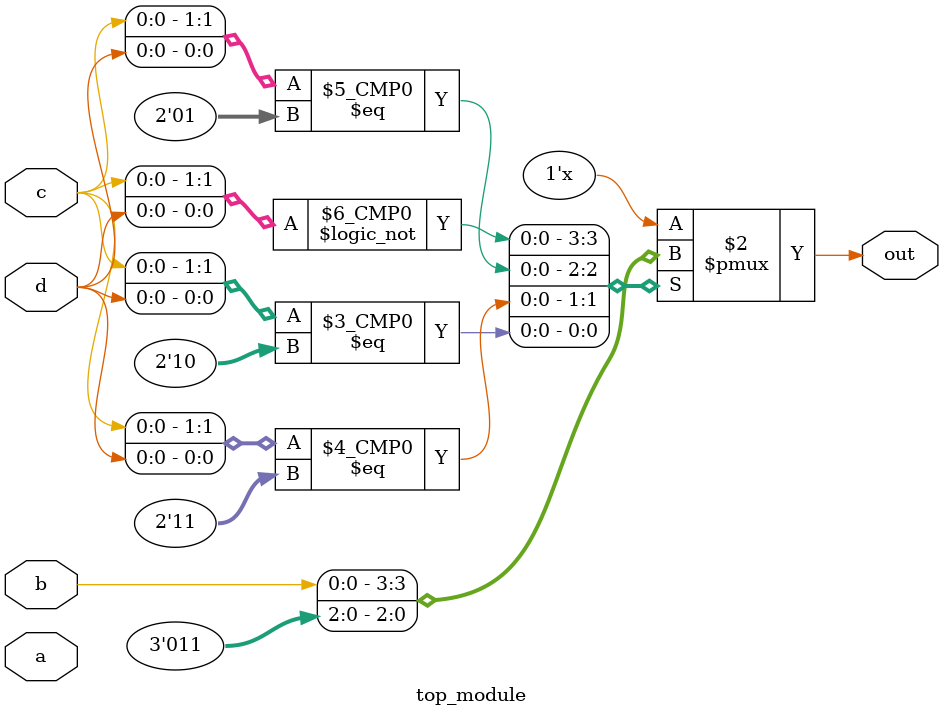
<source format=sv>
module top_module (
    input a, 
    input b,
    input c,
    input d,
    output reg out
);

always @(*) begin
    case ({c, d})
        2'b00: out = b;
        2'b01: out = 1'b0;
        2'b11: out = 1'b1;
        2'b10: out = 1'b1;
    endcase
end

endmodule

</source>
